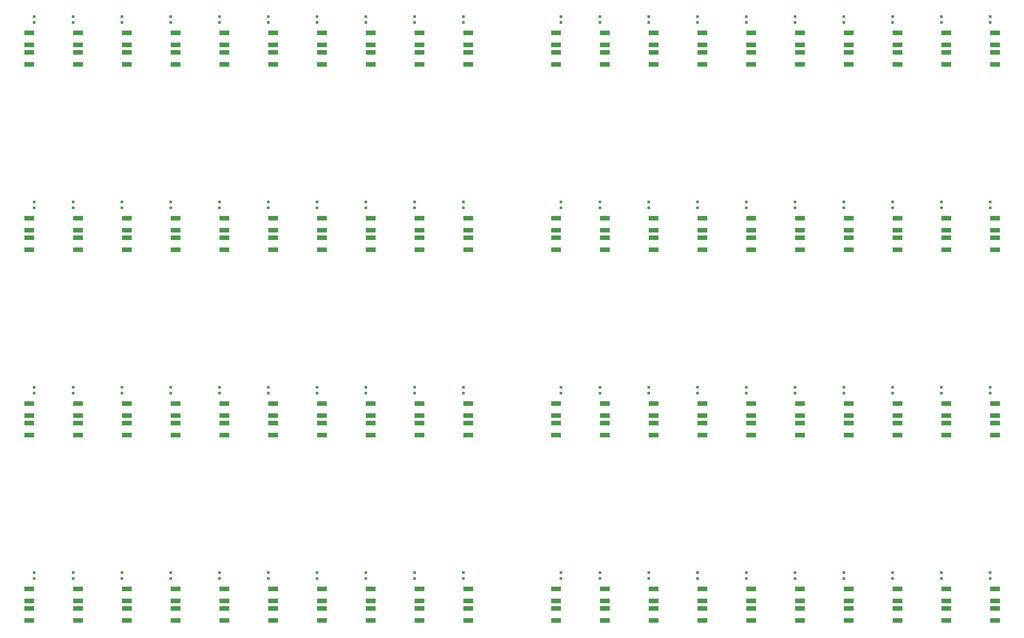
<source format=gtp>
G04*
G04 #@! TF.GenerationSoftware,Altium Limited,Altium Designer,21.8.1 (53)*
G04*
G04 Layer_Color=8421504*
%FSLAX44Y44*%
%MOMM*%
G71*
G04*
G04 #@! TF.SameCoordinates,54C0CB10-D324-4126-BD5B-6722362DD903*
G04*
G04*
G04 #@! TF.FilePolarity,Positive*
G04*
G01*
G75*
%ADD10R,2.5000X1.1500*%
%ADD11R,0.8000X0.8000*%
D10*
X584200Y422150D02*
D03*
Y390650D02*
D03*
X457200D02*
D03*
Y422150D02*
D03*
X203200D02*
D03*
Y390650D02*
D03*
X330200Y422150D02*
D03*
Y390650D02*
D03*
X711200D02*
D03*
Y422150D02*
D03*
X838200Y390650D02*
D03*
Y422150D02*
D03*
X965200Y390650D02*
D03*
Y422150D02*
D03*
X1092200Y390650D02*
D03*
Y422150D02*
D03*
X1219200Y390650D02*
D03*
Y422150D02*
D03*
X1346200Y390650D02*
D03*
Y422150D02*
D03*
X330200Y441450D02*
D03*
Y472950D02*
D03*
X584200Y441450D02*
D03*
Y472950D02*
D03*
X711200Y441450D02*
D03*
Y472950D02*
D03*
X838200Y441450D02*
D03*
Y472950D02*
D03*
X1092200Y441450D02*
D03*
Y472950D02*
D03*
X1346200Y441450D02*
D03*
Y472950D02*
D03*
X1219200Y441450D02*
D03*
Y472950D02*
D03*
X965200Y441450D02*
D03*
Y472950D02*
D03*
X457200Y441450D02*
D03*
Y472950D02*
D03*
X203200D02*
D03*
Y441450D02*
D03*
X1955800Y422150D02*
D03*
Y390650D02*
D03*
X1828800D02*
D03*
Y422150D02*
D03*
X1574800D02*
D03*
Y390650D02*
D03*
X1701800Y422150D02*
D03*
Y390650D02*
D03*
X2082800D02*
D03*
Y422150D02*
D03*
X2209800Y390650D02*
D03*
Y422150D02*
D03*
X2336800Y390650D02*
D03*
Y422150D02*
D03*
X2463800Y390650D02*
D03*
Y422150D02*
D03*
X2590800Y390650D02*
D03*
Y422150D02*
D03*
X2717800Y390650D02*
D03*
Y422150D02*
D03*
X1701800Y441450D02*
D03*
Y472950D02*
D03*
X1955800Y441450D02*
D03*
Y472950D02*
D03*
X2082800Y441450D02*
D03*
Y472950D02*
D03*
X2209800Y441450D02*
D03*
Y472950D02*
D03*
X2463800Y441450D02*
D03*
Y472950D02*
D03*
X2717800Y441450D02*
D03*
Y472950D02*
D03*
X2590800Y441450D02*
D03*
Y472950D02*
D03*
X2336800Y441450D02*
D03*
Y472950D02*
D03*
X1828800Y441450D02*
D03*
Y472950D02*
D03*
X1574800D02*
D03*
Y441450D02*
D03*
X584200Y904750D02*
D03*
Y873250D02*
D03*
X457200D02*
D03*
Y904750D02*
D03*
X203200D02*
D03*
Y873250D02*
D03*
X330200Y904750D02*
D03*
Y873250D02*
D03*
X711200D02*
D03*
Y904750D02*
D03*
X838200Y873250D02*
D03*
Y904750D02*
D03*
X965200Y873250D02*
D03*
Y904750D02*
D03*
X1092200Y873250D02*
D03*
Y904750D02*
D03*
X1219200Y873250D02*
D03*
Y904750D02*
D03*
X1346200Y873250D02*
D03*
Y904750D02*
D03*
X330200Y924050D02*
D03*
Y955550D02*
D03*
X584200Y924050D02*
D03*
Y955550D02*
D03*
X711200Y924050D02*
D03*
Y955550D02*
D03*
X838200Y924050D02*
D03*
Y955550D02*
D03*
X1092200Y924050D02*
D03*
Y955550D02*
D03*
X1346200Y924050D02*
D03*
Y955550D02*
D03*
X1219200Y924050D02*
D03*
Y955550D02*
D03*
X965200Y924050D02*
D03*
Y955550D02*
D03*
X457200Y924050D02*
D03*
Y955550D02*
D03*
X203200D02*
D03*
Y924050D02*
D03*
X1955800Y904750D02*
D03*
Y873250D02*
D03*
X1828800D02*
D03*
Y904750D02*
D03*
X1574800D02*
D03*
Y873250D02*
D03*
X1701800Y904750D02*
D03*
Y873250D02*
D03*
X2082800D02*
D03*
Y904750D02*
D03*
X2209800Y873250D02*
D03*
Y904750D02*
D03*
X2336800Y873250D02*
D03*
Y904750D02*
D03*
X2463800Y873250D02*
D03*
Y904750D02*
D03*
X2590800Y873250D02*
D03*
Y904750D02*
D03*
X2717800Y873250D02*
D03*
Y904750D02*
D03*
X1701800Y924050D02*
D03*
Y955550D02*
D03*
X1955800Y924050D02*
D03*
Y955550D02*
D03*
X2082800Y924050D02*
D03*
Y955550D02*
D03*
X2209800Y924050D02*
D03*
Y955550D02*
D03*
X2463800Y924050D02*
D03*
Y955550D02*
D03*
X2717800Y924050D02*
D03*
Y955550D02*
D03*
X2590800Y924050D02*
D03*
Y955550D02*
D03*
X2336800Y924050D02*
D03*
Y955550D02*
D03*
X1828800Y924050D02*
D03*
Y955550D02*
D03*
X1574800D02*
D03*
Y924050D02*
D03*
X584200Y1387350D02*
D03*
Y1355850D02*
D03*
X457200D02*
D03*
Y1387350D02*
D03*
X203200D02*
D03*
Y1355850D02*
D03*
X330200Y1387350D02*
D03*
Y1355850D02*
D03*
X711200D02*
D03*
Y1387350D02*
D03*
X838200Y1355850D02*
D03*
Y1387350D02*
D03*
X965200Y1355850D02*
D03*
Y1387350D02*
D03*
X1092200Y1355850D02*
D03*
Y1387350D02*
D03*
X1219200Y1355850D02*
D03*
Y1387350D02*
D03*
X1346200Y1355850D02*
D03*
Y1387350D02*
D03*
X330200Y1406650D02*
D03*
Y1438150D02*
D03*
X584200Y1406650D02*
D03*
Y1438150D02*
D03*
X711200Y1406650D02*
D03*
Y1438150D02*
D03*
X838200Y1406650D02*
D03*
Y1438150D02*
D03*
X1092200Y1406650D02*
D03*
Y1438150D02*
D03*
X1346200Y1406650D02*
D03*
Y1438150D02*
D03*
X1219200Y1406650D02*
D03*
Y1438150D02*
D03*
X965200Y1406650D02*
D03*
Y1438150D02*
D03*
X457200Y1406650D02*
D03*
Y1438150D02*
D03*
X203200D02*
D03*
Y1406650D02*
D03*
X1955800Y1387350D02*
D03*
Y1355850D02*
D03*
X1828800D02*
D03*
Y1387350D02*
D03*
X1574800D02*
D03*
Y1355850D02*
D03*
X1701800Y1387350D02*
D03*
Y1355850D02*
D03*
X2082800D02*
D03*
Y1387350D02*
D03*
X2209800Y1355850D02*
D03*
Y1387350D02*
D03*
X2336800Y1355850D02*
D03*
Y1387350D02*
D03*
X2463800Y1355850D02*
D03*
Y1387350D02*
D03*
X2590800Y1355850D02*
D03*
Y1387350D02*
D03*
X2717800Y1355850D02*
D03*
Y1387350D02*
D03*
X1701800Y1406650D02*
D03*
Y1438150D02*
D03*
X1955800Y1406650D02*
D03*
Y1438150D02*
D03*
X2082800Y1406650D02*
D03*
Y1438150D02*
D03*
X2209800Y1406650D02*
D03*
Y1438150D02*
D03*
X2463800Y1406650D02*
D03*
Y1438150D02*
D03*
X2717800Y1406650D02*
D03*
Y1438150D02*
D03*
X2590800Y1406650D02*
D03*
Y1438150D02*
D03*
X2336800Y1406650D02*
D03*
Y1438150D02*
D03*
X1828800Y1406650D02*
D03*
Y1438150D02*
D03*
X1574800D02*
D03*
Y1406650D02*
D03*
X584200Y1869950D02*
D03*
Y1838450D02*
D03*
X457200D02*
D03*
Y1869950D02*
D03*
X203200D02*
D03*
Y1838450D02*
D03*
X330200Y1869950D02*
D03*
Y1838450D02*
D03*
X711200D02*
D03*
Y1869950D02*
D03*
X838200Y1838450D02*
D03*
Y1869950D02*
D03*
X965200Y1838450D02*
D03*
Y1869950D02*
D03*
X1092200Y1838450D02*
D03*
Y1869950D02*
D03*
X1219200Y1838450D02*
D03*
Y1869950D02*
D03*
X1346200Y1838450D02*
D03*
Y1869950D02*
D03*
X330200Y1889250D02*
D03*
Y1920750D02*
D03*
X584200Y1889250D02*
D03*
Y1920750D02*
D03*
X711200Y1889250D02*
D03*
Y1920750D02*
D03*
X838200Y1889250D02*
D03*
Y1920750D02*
D03*
X1092200Y1889250D02*
D03*
Y1920750D02*
D03*
X1346200Y1889250D02*
D03*
Y1920750D02*
D03*
X1219200Y1889250D02*
D03*
Y1920750D02*
D03*
X965200Y1889250D02*
D03*
Y1920750D02*
D03*
X457200Y1889250D02*
D03*
Y1920750D02*
D03*
X203200D02*
D03*
Y1889250D02*
D03*
X1955800Y1869950D02*
D03*
Y1838450D02*
D03*
X1828800D02*
D03*
Y1869950D02*
D03*
X1574800D02*
D03*
Y1838450D02*
D03*
X1701800Y1869950D02*
D03*
Y1838450D02*
D03*
X2082800D02*
D03*
Y1869950D02*
D03*
X2209800Y1838450D02*
D03*
Y1869950D02*
D03*
X2336800Y1838450D02*
D03*
Y1869950D02*
D03*
X2463800Y1838450D02*
D03*
Y1869950D02*
D03*
X2590800Y1838450D02*
D03*
Y1869950D02*
D03*
X2717800Y1838450D02*
D03*
Y1869950D02*
D03*
X1701800Y1889250D02*
D03*
Y1920750D02*
D03*
X1955800Y1889250D02*
D03*
Y1920750D02*
D03*
X2082800Y1889250D02*
D03*
Y1920750D02*
D03*
X2209800Y1889250D02*
D03*
Y1920750D02*
D03*
X2463800Y1889250D02*
D03*
Y1920750D02*
D03*
X2717800Y1889250D02*
D03*
Y1920750D02*
D03*
X2590800Y1889250D02*
D03*
Y1920750D02*
D03*
X2336800Y1889250D02*
D03*
Y1920750D02*
D03*
X1828800Y1889250D02*
D03*
Y1920750D02*
D03*
X1574800D02*
D03*
Y1889250D02*
D03*
D11*
X571500Y515500D02*
D03*
Y500500D02*
D03*
X317500Y515500D02*
D03*
Y500500D02*
D03*
X215900D02*
D03*
Y515500D02*
D03*
X698500D02*
D03*
Y500500D02*
D03*
X952500D02*
D03*
Y515500D02*
D03*
X825500D02*
D03*
Y500500D02*
D03*
X444500D02*
D03*
Y515500D02*
D03*
X1333500D02*
D03*
Y500500D02*
D03*
X1206500D02*
D03*
Y515500D02*
D03*
X1079500D02*
D03*
Y500500D02*
D03*
X1943100Y515500D02*
D03*
Y500500D02*
D03*
X1689100Y515500D02*
D03*
Y500500D02*
D03*
X1587500D02*
D03*
Y515500D02*
D03*
X2070100D02*
D03*
Y500500D02*
D03*
X2324100D02*
D03*
Y515500D02*
D03*
X2197100D02*
D03*
Y500500D02*
D03*
X1816100D02*
D03*
Y515500D02*
D03*
X2705100D02*
D03*
Y500500D02*
D03*
X2578100D02*
D03*
Y515500D02*
D03*
X2451100D02*
D03*
Y500500D02*
D03*
X571500Y998100D02*
D03*
Y983100D02*
D03*
X317500Y998100D02*
D03*
Y983100D02*
D03*
X215900D02*
D03*
Y998100D02*
D03*
X698500D02*
D03*
Y983100D02*
D03*
X952500D02*
D03*
Y998100D02*
D03*
X825500D02*
D03*
Y983100D02*
D03*
X444500D02*
D03*
Y998100D02*
D03*
X1333500D02*
D03*
Y983100D02*
D03*
X1206500D02*
D03*
Y998100D02*
D03*
X1079500D02*
D03*
Y983100D02*
D03*
X1943100Y998100D02*
D03*
Y983100D02*
D03*
X1689100Y998100D02*
D03*
Y983100D02*
D03*
X1587500D02*
D03*
Y998100D02*
D03*
X2070100D02*
D03*
Y983100D02*
D03*
X2324100D02*
D03*
Y998100D02*
D03*
X2197100D02*
D03*
Y983100D02*
D03*
X1816100D02*
D03*
Y998100D02*
D03*
X2705100D02*
D03*
Y983100D02*
D03*
X2578100D02*
D03*
Y998100D02*
D03*
X2451100D02*
D03*
Y983100D02*
D03*
X571500Y1480700D02*
D03*
Y1465700D02*
D03*
X317500Y1480700D02*
D03*
Y1465700D02*
D03*
X215900D02*
D03*
Y1480700D02*
D03*
X698500D02*
D03*
Y1465700D02*
D03*
X952500D02*
D03*
Y1480700D02*
D03*
X825500D02*
D03*
Y1465700D02*
D03*
X444500D02*
D03*
Y1480700D02*
D03*
X1333500D02*
D03*
Y1465700D02*
D03*
X1206500D02*
D03*
Y1480700D02*
D03*
X1079500D02*
D03*
Y1465700D02*
D03*
X1943100Y1480700D02*
D03*
Y1465700D02*
D03*
X1689100Y1480700D02*
D03*
Y1465700D02*
D03*
X1587500D02*
D03*
Y1480700D02*
D03*
X2070100D02*
D03*
Y1465700D02*
D03*
X2324100D02*
D03*
Y1480700D02*
D03*
X2197100D02*
D03*
Y1465700D02*
D03*
X1816100D02*
D03*
Y1480700D02*
D03*
X2705100D02*
D03*
Y1465700D02*
D03*
X2578100D02*
D03*
Y1480700D02*
D03*
X2451100D02*
D03*
Y1465700D02*
D03*
X571500Y1963300D02*
D03*
Y1948300D02*
D03*
X317500Y1963300D02*
D03*
Y1948300D02*
D03*
X215900D02*
D03*
Y1963300D02*
D03*
X698500D02*
D03*
Y1948300D02*
D03*
X952500D02*
D03*
Y1963300D02*
D03*
X825500D02*
D03*
Y1948300D02*
D03*
X444500D02*
D03*
Y1963300D02*
D03*
X1333500D02*
D03*
Y1948300D02*
D03*
X1206500D02*
D03*
Y1963300D02*
D03*
X1079500D02*
D03*
Y1948300D02*
D03*
X1943100Y1963300D02*
D03*
Y1948300D02*
D03*
X1689100Y1963300D02*
D03*
Y1948300D02*
D03*
X1587500D02*
D03*
Y1963300D02*
D03*
X2070100D02*
D03*
Y1948300D02*
D03*
X2324100D02*
D03*
Y1963300D02*
D03*
X2197100D02*
D03*
Y1948300D02*
D03*
X1816100D02*
D03*
Y1963300D02*
D03*
X2705100D02*
D03*
Y1948300D02*
D03*
X2578100D02*
D03*
Y1963300D02*
D03*
X2451100D02*
D03*
Y1948300D02*
D03*
M02*

</source>
